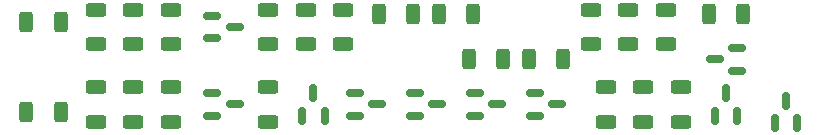
<source format=gbr>
%TF.GenerationSoftware,KiCad,Pcbnew,(6.0.10)*%
%TF.CreationDate,2023-01-19T16:24:11+09:00*%
%TF.ProjectId,Test2,54657374-322e-46b6-9963-61645f706362,rev?*%
%TF.SameCoordinates,Original*%
%TF.FileFunction,Paste,Top*%
%TF.FilePolarity,Positive*%
%FSLAX46Y46*%
G04 Gerber Fmt 4.6, Leading zero omitted, Abs format (unit mm)*
G04 Created by KiCad (PCBNEW (6.0.10)) date 2023-01-19 16:24:11*
%MOMM*%
%LPD*%
G01*
G04 APERTURE LIST*
G04 Aperture macros list*
%AMRoundRect*
0 Rectangle with rounded corners*
0 $1 Rounding radius*
0 $2 $3 $4 $5 $6 $7 $8 $9 X,Y pos of 4 corners*
0 Add a 4 corners polygon primitive as box body*
4,1,4,$2,$3,$4,$5,$6,$7,$8,$9,$2,$3,0*
0 Add four circle primitives for the rounded corners*
1,1,$1+$1,$2,$3*
1,1,$1+$1,$4,$5*
1,1,$1+$1,$6,$7*
1,1,$1+$1,$8,$9*
0 Add four rect primitives between the rounded corners*
20,1,$1+$1,$2,$3,$4,$5,0*
20,1,$1+$1,$4,$5,$6,$7,0*
20,1,$1+$1,$6,$7,$8,$9,0*
20,1,$1+$1,$8,$9,$2,$3,0*%
G04 Aperture macros list end*
%ADD10RoundRect,0.150000X0.150000X-0.587500X0.150000X0.587500X-0.150000X0.587500X-0.150000X-0.587500X0*%
%ADD11RoundRect,0.150000X-0.587500X-0.150000X0.587500X-0.150000X0.587500X0.150000X-0.587500X0.150000X0*%
%ADD12RoundRect,0.150000X0.587500X0.150000X-0.587500X0.150000X-0.587500X-0.150000X0.587500X-0.150000X0*%
%ADD13RoundRect,0.250000X-0.625000X0.312500X-0.625000X-0.312500X0.625000X-0.312500X0.625000X0.312500X0*%
%ADD14RoundRect,0.250000X-0.312500X-0.625000X0.312500X-0.625000X0.312500X0.625000X-0.312500X0.625000X0*%
%ADD15RoundRect,0.250000X0.312500X0.625000X-0.312500X0.625000X-0.312500X-0.625000X0.312500X-0.625000X0*%
%ADD16RoundRect,0.250000X0.625000X-0.312500X0.625000X0.312500X-0.625000X0.312500X-0.625000X-0.312500X0*%
G04 APERTURE END LIST*
D10*
%TO.C,Q10*%
X97475000Y-27607500D03*
X99375000Y-27607500D03*
X98425000Y-25732500D03*
%TD*%
D11*
%TO.C,Q9*%
X77167500Y-25085000D03*
X77167500Y-26985000D03*
X79042500Y-26035000D03*
%TD*%
D12*
%TO.C,Q8*%
X92407500Y-22225000D03*
X94282500Y-21275000D03*
X94282500Y-23175000D03*
%TD*%
D10*
%TO.C,Q7*%
X93345000Y-25097500D03*
X94295000Y-26972500D03*
X92395000Y-26972500D03*
%TD*%
D11*
%TO.C,Q6*%
X72087500Y-25085000D03*
X72087500Y-26985000D03*
X73962500Y-26035000D03*
%TD*%
%TO.C,Q5*%
X67007500Y-25085000D03*
X67007500Y-26985000D03*
X68882500Y-26035000D03*
%TD*%
D10*
%TO.C,Q4*%
X57470000Y-26972500D03*
X59370000Y-26972500D03*
X58420000Y-25097500D03*
%TD*%
D11*
%TO.C,Q3*%
X61927500Y-25085000D03*
X61927500Y-26985000D03*
X63802500Y-26035000D03*
%TD*%
%TO.C,Q2*%
X51737500Y-26035000D03*
X49862500Y-26985000D03*
X49862500Y-25085000D03*
%TD*%
%TO.C,Q1*%
X51737500Y-19492500D03*
X49862500Y-20442500D03*
X49862500Y-18542500D03*
%TD*%
D13*
%TO.C,R8*%
X46355000Y-24572500D03*
X46355000Y-27497500D03*
%TD*%
%TO.C,R7*%
X46355000Y-18030000D03*
X46355000Y-20955000D03*
%TD*%
%TO.C,R6*%
X43180000Y-24572500D03*
X43180000Y-27497500D03*
%TD*%
D14*
%TO.C,R23*%
X91882500Y-18415000D03*
X94807500Y-18415000D03*
%TD*%
D13*
%TO.C,R4*%
X40005000Y-24572500D03*
X40005000Y-27497500D03*
%TD*%
%TO.C,R3*%
X40005000Y-18030000D03*
X40005000Y-20955000D03*
%TD*%
D15*
%TO.C,R2*%
X34097500Y-26670000D03*
X37022500Y-26670000D03*
%TD*%
D14*
%TO.C,R1*%
X34097500Y-19050000D03*
X37022500Y-19050000D03*
%TD*%
D13*
%TO.C,R22*%
X89535000Y-24572500D03*
X89535000Y-27497500D03*
%TD*%
%TO.C,R21*%
X88265000Y-20955000D03*
X88265000Y-18030000D03*
%TD*%
D16*
%TO.C,R20*%
X86360000Y-27497500D03*
X86360000Y-24572500D03*
%TD*%
D13*
%TO.C,R19*%
X83185000Y-24572500D03*
X83185000Y-27497500D03*
%TD*%
%TO.C,R18*%
X85090000Y-18030000D03*
X85090000Y-20955000D03*
%TD*%
D16*
%TO.C,R17*%
X81915000Y-20955000D03*
X81915000Y-18030000D03*
%TD*%
D14*
%TO.C,R16*%
X76642500Y-22225000D03*
X79567500Y-22225000D03*
%TD*%
%TO.C,R15*%
X71562500Y-22225000D03*
X74487500Y-22225000D03*
%TD*%
%TO.C,R14*%
X69022500Y-18415000D03*
X71947500Y-18415000D03*
%TD*%
D13*
%TO.C,R13*%
X60960000Y-18030000D03*
X60960000Y-20955000D03*
%TD*%
D14*
%TO.C,R12*%
X63942500Y-18415000D03*
X66867500Y-18415000D03*
%TD*%
D13*
%TO.C,R11*%
X57785000Y-20955000D03*
X57785000Y-18030000D03*
%TD*%
%TO.C,R10*%
X54610000Y-20955000D03*
X54610000Y-18030000D03*
%TD*%
%TO.C,R9*%
X54610000Y-24572500D03*
X54610000Y-27497500D03*
%TD*%
%TO.C,R5*%
X43180000Y-18030000D03*
X43180000Y-20955000D03*
%TD*%
M02*

</source>
